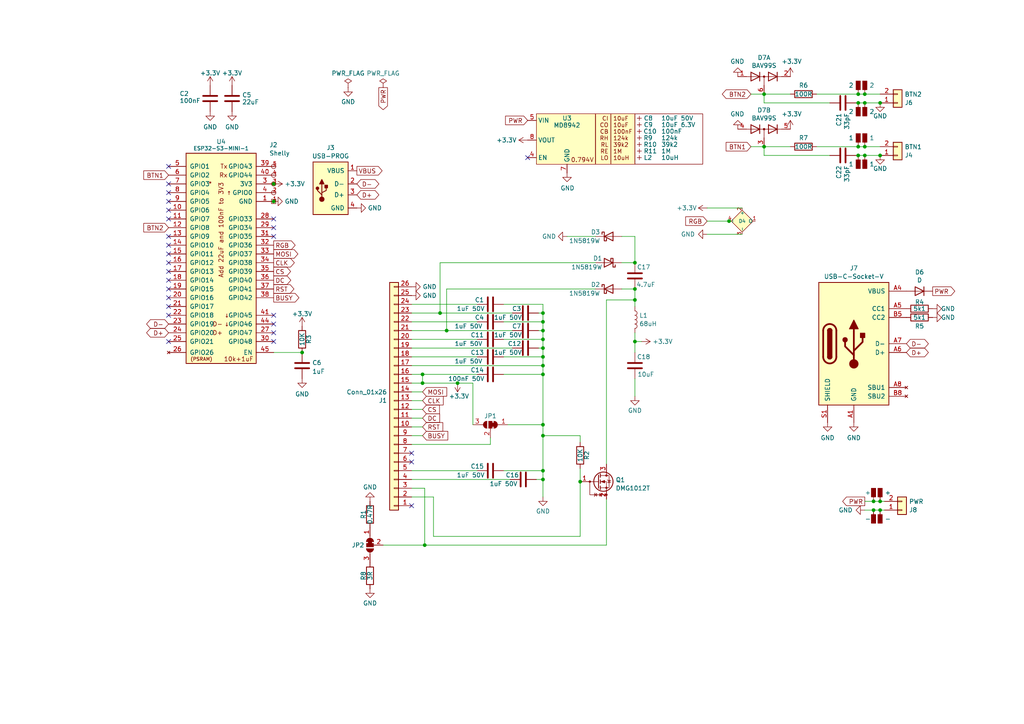
<source format=kicad_sch>
(kicad_sch (version 20230121) (generator eeschema)
  (paper "A4")
  (title_block (title "Waveshare EPD adapter") (rev "1") (comment 1 "@TheRealRevK") (comment 2 "www.me.uk"))
  (lib_symbols
    (symbol "Connector_Generic:Conn_01x02" (pin_names (offset 1.016) hide)
      (property "Reference" "J" (at 0 2.54 0))
      (property "Value" "Conn_01x02" (at 0 -5.08 0))
      (symbol "Conn_01x02_1_1"
        (pin passive line (at -5.08 0 0) (length 3.81) (name "Pin_1") (number "1"))
        (pin passive line (at -5.08 -2.54 0) (length 3.81) (name "Pin_2") (number "2"))
      )
    )
    (symbol "Connector_Generic:Conn_01x26" (pin_names (offset 1.016) hide)
      (property "Reference" "J" (at 0 33.02 0))
      (property "Value" "Conn_01x26" (at 0 -35.56 0))
      (symbol "Conn_01x26_1_1"
        (pin passive line (at -5.08 30.48 0) (length 3.81) (name "Pin_1") (number "1"))
        (pin passive line (at -5.08 7.62 0) (length 3.81) (name "Pin_10") (number "10"))
        (pin passive line (at -5.08 5.08 0) (length 3.81) (name "Pin_11") (number "11"))
        (pin passive line (at -5.08 2.54 0) (length 3.81) (name "Pin_12") (number "12"))
        (pin passive line (at -5.08 0 0) (length 3.81) (name "Pin_13") (number "13"))
        (pin passive line (at -5.08 -2.54 0) (length 3.81) (name "Pin_14") (number "14"))
        (pin passive line (at -5.08 -5.08 0) (length 3.81) (name "Pin_15") (number "15"))
        (pin passive line (at -5.08 -7.62 0) (length 3.81) (name "Pin_16") (number "16"))
        (pin passive line (at -5.08 -10.16 0) (length 3.81) (name "Pin_17") (number "17"))
        (pin passive line (at -5.08 -12.7 0) (length 3.81) (name "Pin_18") (number "18"))
        (pin passive line (at -5.08 -15.24 0) (length 3.81) (name "Pin_19") (number "19"))
        (pin passive line (at -5.08 27.94 0) (length 3.81) (name "Pin_2") (number "2"))
        (pin passive line (at -5.08 -17.78 0) (length 3.81) (name "Pin_20") (number "20"))
        (pin passive line (at -5.08 -20.32 0) (length 3.81) (name "Pin_21") (number "21"))
        (pin passive line (at -5.08 -22.86 0) (length 3.81) (name "Pin_22") (number "22"))
        (pin passive line (at -5.08 -25.4 0) (length 3.81) (name "Pin_23") (number "23"))
        (pin passive line (at -5.08 -27.94 0) (length 3.81) (name "Pin_24") (number "24"))
        (pin passive line (at -5.08 -30.48 0) (length 3.81) (name "Pin_25") (number "25"))
        (pin passive line (at -5.08 -33.02 0) (length 3.81) (name "Pin_26") (number "26"))
        (pin passive line (at -5.08 25.4 0) (length 3.81) (name "Pin_3") (number "3"))
        (pin passive line (at -5.08 22.86 0) (length 3.81) (name "Pin_4") (number "4"))
        (pin passive line (at -5.08 20.32 0) (length 3.81) (name "Pin_5") (number "5"))
        (pin passive line (at -5.08 17.78 0) (length 3.81) (name "Pin_6") (number "6"))
        (pin passive line (at -5.08 15.24 0) (length 3.81) (name "Pin_7") (number "7"))
        (pin passive line (at -5.08 12.7 0) (length 3.81) (name "Pin_8") (number "8"))
        (pin passive line (at -5.08 10.16 0) (length 3.81) (name "Pin_9") (number "9"))
      )
    )
    (symbol "Device:C" (pin_numbers hide) (pin_names (offset 0.254))
      (property "Reference" "C" (at 0.635 2.54 0))
      (property "Value" "C" (at 0.635 -2.54 0))
      (symbol "C_1_1"
        (pin passive line (at 0 3.81 270) (length 2.794) (name "~") (number "1"))
        (pin passive line (at 0 -3.81 90) (length 2.794) (name "~") (number "2"))
      )
    )
    (symbol "Device:D" (pin_numbers hide) (pin_names (offset 1.016) hide)
      (property "Reference" "D" (at 0 2.54 0))
      (property "Value" "D" (at 0 -2.54 0))
      (symbol "D_1_1"
        (pin passive line (at -3.81 0 0) (length 2.54) (name "K") (number "1"))
        (pin passive line (at 3.81 0 180) (length 2.54) (name "A") (number "2"))
      )
    )
    (symbol "Device:L" (pin_numbers hide) (pin_names (offset 1.016) hide)
      (property "Reference" "L" (at -1.27 0 90))
      (property "Value" "L" (at 1.905 0 90))
      (symbol "L_1_1"
        (pin passive line (at 0 3.81 270) (length 1.27) (name "1") (number "1"))
        (pin passive line (at 0 -3.81 90) (length 1.27) (name "2") (number "2"))
      )
    )
    (symbol "Device:R" (pin_numbers hide) (pin_names (offset 0))
      (property "Reference" "R" (at 2.032 0 90))
      (property "Value" "R" (at 0 0 90))
      (symbol "R_1_1"
        (pin passive line (at 0 3.81 270) (length 1.27) (name "~") (number "1"))
        (pin passive line (at 0 -3.81 90) (length 1.27) (name "~") (number "2"))
      )
    )
    (symbol "Diode:1N5819" (pin_numbers hide) (pin_names (offset 1.016) hide)
      (property "Reference" "D" (at 0 2.54 0))
      (property "Value" "1N5819" (at 0 -2.54 0))
      (symbol "1N5819_1_1"
        (pin passive line (at -3.81 0 0) (length 2.54) (name "K") (number "1"))
        (pin passive line (at 3.81 0 180) (length 2.54) (name "A") (number "2"))
      )
    )
    (symbol "Diode:BAV99S" (pin_names (offset 0.0254) hide)
      (property "Reference" "D" (at 0 2.54 0))
      (property "Value" "BAV99S" (at 0 5.08 0))
      (symbol "BAV99S_1_1"
        (pin passive line (at -7.62 0 0) (length 2.54) (name "A1") (number "1"))
        (pin passive line (at 7.62 0 180) (length 2.54) (name "K2") (number "2"))
        (pin passive line (at 0 -5.08 90) (length 2.54) (name "K3A4") (number "6"))
      )
      (symbol "BAV99S_2_1"
        (pin passive line (at 0 -5.08 90) (length 2.54) (name "K1A2") (number "3"))
        (pin passive line (at -7.62 0 0) (length 2.54) (name "A3") (number "4"))
        (pin passive line (at 7.62 0 180) (length 2.54) (name "K4") (number "5"))
      )
    )
    (symbol "Jumper:SolderJumper_3_Bridged12" (pin_names (offset 0) hide)
      (property "Reference" "JP" (at -2.54 -2.54 0))
      (property "Value" "SolderJumper_3_Bridged12" (at 0 2.794 0))
      (symbol "SolderJumper_3_Bridged12_1_1"
        (pin passive line (at -5.08 0 0) (length 2.54) (name "A") (number "1"))
        (pin passive line (at 0 -3.81 90) (length 2.54) (name "C") (number "2"))
        (pin passive line (at 5.08 0 180) (length 2.54) (name "B") (number "3"))
      )
    )
    (symbol "RevK:ESP32-S3-MINI-1-N4R2" (pin_names (offset 1.016))
      (property "Reference" "U" (at 0 27.94 0))
      (property "Value" "ESP32-S3-MINI-1-N4R2" (at 0 31.115 0))
      (symbol "ESP32-S3-MINI-1-N4R2_1_1"
        (text "(PSRAM)" (at -5.715 -29.21 0) (effects (font (size 1 1))))
        (text "*" (at -3.175 21.59 0) (effects (font (size 1.27 1.27))))
        (text "10k+1uF" (at 5.08 -29.21 0) (effects (font (size 1.27 1.27))))
        (text "Add 22uF and 100nF to 3V3" (at 0 8.255 900) (effects (font (size 1.27 1.27))))
        (text "D+" (at -2.54 -21.59 0) (effects (font (size 1.27 1.27)) (justify left)))
        (text "D-" (at -2.54 -19.05 0) (effects (font (size 1.27 1.27)) (justify left)))
        (text "Rx" (at 1.905 24.13 0) (effects (font (size 1.27 1.27)) (justify right)))
        (text "Tx" (at 1.905 26.67 0) (effects (font (size 1.27 1.27)) (justify right)))
        (text "↑" (at 3.175 19.05 0) (effects (font (size 1.27 1.27)) (justify right)))
        (text "↓" (at 2.54 -19.05 0) (effects (font (size 1.27 1.27)) (justify right)))
        (text "↓" (at 2.54 -16.51 0) (effects (font (size 1.27 1.27)) (justify right)))
        (pin power_in line (at 15.24 16.51 180) (length 5.08) (name "GND") (number "1"))
        (pin passive line (at -15.24 13.97 0) (length 5.08) (name "GPIO6") (number "10"))
        (pin passive line (at -15.24 11.43 0) (length 5.08) (name "GPIO7") (number "11"))
        (pin passive line (at -15.24 8.89 0) (length 5.08) (name "GPIO8") (number "12"))
        (pin passive line (at -15.24 6.35 0) (length 5.08) (name "GPIO9") (number "13"))
        (pin passive line (at -15.24 3.81 0) (length 5.08) (name "GPIO10") (number "14"))
        (pin passive line (at -15.24 1.27 0) (length 5.08) (name "GPIO11") (number "15"))
        (pin passive line (at -15.24 -1.27 0) (length 5.08) (name "GPIO12") (number "16"))
        (pin passive line (at -15.24 -3.81 0) (length 5.08) (name "GPIO13") (number "17"))
        (pin passive line (at -15.24 -6.35 0) (length 5.08) (name "GPIO14") (number "18"))
        (pin passive line (at -15.24 -8.89 0) (length 5.08) (name "GPIO15") (number "19"))
        (pin power_in line (at 15.24 16.51 180) (length 5.08) hide (name "GND") (number "2"))
        (pin passive line (at -15.24 -11.43 0) (length 5.08) (name "GPIO16") (number "20"))
        (pin passive line (at -15.24 -13.97 0) (length 5.08) (name "GPIO17") (number "21"))
        (pin passive line (at -15.24 -16.51 0) (length 5.08) (name "GPIO18") (number "22"))
        (pin passive line (at -15.24 -19.05 0) (length 5.08) (name "GPIO19") (number "23"))
        (pin passive line (at -15.24 -21.59 0) (length 5.08) (name "GPIO20") (number "24"))
        (pin passive line (at -15.24 -24.13 0) (length 5.08) (name "GPIO21") (number "25"))
        (pin no_connect line (at -15.24 -27.305 0) (length 5.08) (name "GPIO26") (number "26"))
        (pin passive line (at 15.24 -21.59 180) (length 5.08) (name "GPIO47") (number "27"))
        (pin passive line (at 15.24 11.43 180) (length 5.08) (name "GPIO33") (number "28"))
        (pin passive line (at 15.24 8.89 180) (length 5.08) (name "GPIO34") (number "29"))
        (pin power_in line (at 15.24 21.59 180) (length 5.08) (name "3V3") (number "3"))
        (pin passive line (at 15.24 -24.13 180) (length 5.08) (name "GPIO48") (number "30"))
        (pin passive line (at 15.24 6.35 180) (length 5.08) (name "GPIO35") (number "31"))
        (pin passive line (at 15.24 3.81 180) (length 5.08) (name "GPIO36") (number "32"))
        (pin passive line (at 15.24 1.27 180) (length 5.08) (name "GPIO37") (number "33"))
        (pin passive line (at 15.24 -1.27 180) (length 5.08) (name "GPIO38") (number "34"))
        (pin passive line (at 15.24 -3.81 180) (length 5.08) (name "GPIO39") (number "35"))
        (pin passive line (at 15.24 -6.35 180) (length 5.08) (name "GPIO40") (number "36"))
        (pin passive line (at 15.24 -8.89 180) (length 5.08) (name "GPIO41") (number "37"))
        (pin passive line (at 15.24 -11.43 180) (length 5.08) (name "GPIO42") (number "38"))
        (pin passive line (at 15.24 26.67 180) (length 5.08) (name "GPIO43") (number "39"))
        (pin passive line (at 15.24 19.05 180) (length 5.08) (name "GPIO0") (number "4"))
        (pin passive line (at 15.24 24.13 180) (length 5.08) (name "GPIO44") (number "40"))
        (pin passive line (at 15.24 -16.51 180) (length 5.08) (name "GPIO45") (number "41"))
        (pin power_in line (at 15.24 16.51 180) (length 5.08) hide (name "GND") (number "42"))
        (pin power_in line (at 15.24 16.51 180) (length 5.08) hide (name "GND") (number "43"))
        (pin passive line (at 15.24 -19.05 180) (length 5.08) (name "GPIO46") (number "44"))
        (pin input line (at 15.24 -27.305 180) (length 5.08) (name "EN") (number "45"))
        (pin power_in line (at 15.24 16.51 180) (length 5.08) hide (name "GND") (number "46"))
        (pin power_in line (at 15.24 16.51 180) (length 5.08) hide (name "GND") (number "47"))
        (pin power_in line (at 15.24 16.51 180) (length 5.08) hide (name "GND") (number "48"))
        (pin power_in line (at 15.24 16.51 180) (length 5.08) hide (name "GND") (number "49"))
        (pin passive line (at -15.24 26.67 0) (length 5.08) (name "GPIO1") (number "5"))
        (pin power_in line (at 15.24 16.51 180) (length 5.08) hide (name "GND") (number "50"))
        (pin power_in line (at 15.24 16.51 180) (length 5.08) hide (name "GND") (number "51"))
        (pin power_in line (at 15.24 16.51 180) (length 5.08) hide (name "GND") (number "52"))
        (pin power_in line (at 15.24 16.51 180) (length 5.08) hide (name "GND") (number "53"))
        (pin power_in line (at 15.24 16.51 180) (length 5.08) hide (name "GND") (number "54"))
        (pin power_in line (at 15.24 16.51 180) (length 5.08) hide (name "GND") (number "55"))
        (pin power_in line (at 15.24 16.51 180) (length 5.08) hide (name "GND") (number "56"))
        (pin power_in line (at 15.24 16.51 180) (length 5.08) hide (name "GND") (number "57"))
        (pin power_in line (at 15.24 16.51 180) (length 5.08) hide (name "GND") (number "58"))
        (pin power_in line (at 15.24 16.51 180) (length 5.08) hide (name "GND") (number "59"))
        (pin passive line (at -15.24 24.13 0) (length 5.08) (name "GPIO2") (number "6"))
        (pin power_in line (at 15.24 16.51 180) (length 5.08) hide (name "GND") (number "60"))
        (pin power_in line (at 15.24 16.51 180) (length 5.08) hide (name "GND") (number "61"))
        (pin power_in line (at 15.24 16.51 180) (length 5.08) hide (name "GND") (number "62"))
        (pin power_in line (at 15.24 16.51 180) (length 5.08) hide (name "GND") (number "63"))
        (pin power_in line (at 15.24 16.51 180) (length 5.08) hide (name "GND") (number "64"))
        (pin power_in line (at 15.24 16.51 180) (length 5.08) hide (name "GND") (number "65"))
        (pin passive line (at -15.24 21.59 0) (length 5.08) (name "GPIO3") (number "7"))
        (pin passive line (at -15.24 19.05 0) (length 5.08) (name "GPIO4") (number "8"))
        (pin passive line (at -15.24 16.51 0) (length 5.08) (name "GPIO5") (number "9"))
      )
    )
    (symbol "RevK:Hidden" (pin_names (offset 1.016)) (in_bom no)
      (property "Reference" "Z" (at 0.635 0 0))
      (property "Value" "Hidden" (at 4.445 0 0))
    )
    (symbol "RevK:MD89420-RegBlock"
      (property "Reference" "U" (at -0.635 4.445 0))
      (property "Value" "MD8942" (at 0 6.35 0))
      (symbol "MD89420-RegBlock_1_1"
        (text "0.794V" (at 4.445 -5.715 0) (effects (font (size 1.27 1.27))))
        (text "10uF\n10uF\n100nF\n124k\n39k2\n1M\n10uH" (at 13.335 6.985 0) (effects (font (size 1.185 1.185)) (justify left top)))
        (text "CI\nCO\nCB\nRH\nRL\nRE\nLO" (at 12.065 6.985 0) (effects (font (size 1.185 1.185)) (justify right top)))
        (pin no_connect line (at 5.715 0 0) (length 2.54) hide (name "") (number "1"))
        (pin power_in line (at 0 -9.525 90) (length 2.54) hide (name "GND") (number "2"))
        (pin no_connect line (at 5.715 1.905 0) (length 2.54) hide (name "") (number "3"))
        (pin input line (at -11.43 -5.08 0) (length 2.54) (name "EN") (number "4"))
        (pin power_in line (at -11.43 5.715 0) (length 2.54) (name "VIN") (number "5"))
        (pin no_connect line (at 5.715 -1.905 0) (length 2.54) hide (name "") (number "6"))
        (pin power_in line (at 0 -9.525 90) (length 2.54) (name "GND") (number "7"))
        (pin power_out line (at -11.43 0 0) (length 2.54) (name "VOUT") (number "8"))
      )
    )
    (symbol "RevK:Shelly" (in_bom no)
      (property "Reference" "J" (at 2.54 -8.255 0))
      (property "Value" "Shelly" (at 2.54 9.525 0))
      (symbol "Shelly_1_1"
        (pin passive line (at 0 -5.08 0) (length 0.64) (name "GND") (number "1"))
        (pin passive line (at 0 -2.54 0) (length 0.64) (name "0") (number "2"))
        (pin passive line (at 0 0 0) (length 0.64) (name "3V3") (number "3"))
        (pin passive line (at 0 2.54 0) (length 0.64) (name "Rx") (number "4"))
        (pin passive line (at 0 5.08 0) (length 0.64) (name "Tx") (number "5"))
      )
    )
    (symbol "RevK:Si1308EDL" (pin_names (offset 0) hide)
      (property "Reference" "Q" (at 5.08 1.905 0))
      (property "Value" "DMG1012T" (at 5.08 0 0))
      (symbol "Si1308EDL_1_1"
        (pin input line (at -5.08 0 0) (length 2.54) (name "G") (number "1"))
        (pin passive line (at 2.54 -5.08 90) (length 2.54) (name "S") (number "2"))
        (pin passive line (at 2.54 5.08 270) (length 2.54) (name "D") (number "3"))
      )
    )
    (symbol "RevK:SolderPad" (in_bom no)
      (property "Value" "SolderPad" (at 3.81 0 0))
      (symbol "SolderPad_1_1"
        (pin passive line (at 0 0 0) (length 1.27) (name "P") (number "1"))
      )
    )
    (symbol "RevK:USB-C-Socket-H" (pin_names (offset 1.016))
      (property "Reference" "J" (at -10.16 19.05 0))
      (property "Value" "USB-C-Socket-V" (at 0.635 12.7 0))
      (symbol "USB-C-Socket-H_1_1"
        (pin passive line (at 0 -22.86 90) (length 5.08) (name "GND") (number "A1"))
        (pin passive line (at 0 -22.86 90) (length 5.08) hide (name "GND") (number "A12"))
        (pin passive line (at 15.24 15.24 180) (length 5.08) (name "VBUS") (number "A4"))
        (pin bidirectional line (at 15.24 10.16 180) (length 5.08) (name "CC1") (number "A5"))
        (pin bidirectional line (at 15.24 -2.54 180) (length 5.08) (name "D+") (number "A6"))
        (pin bidirectional line (at 15.24 0 180) (length 5.08) (name "D-") (number "A7"))
        (pin no_connect line (at 15.24 -12.7 180) (length 5.08) (name "SBU1") (number "A8"))
        (pin passive line (at 15.24 15.24 180) (length 5.08) hide (name "VBUS") (number "A9"))
        (pin passive line (at 0 -22.86 90) (length 5.08) hide (name "GND") (number "B1"))
        (pin passive line (at 0 -22.86 90) (length 5.08) hide (name "GND") (number "B12"))
        (pin passive line (at 15.24 15.24 180) (length 5.08) hide (name "VBUS") (number "B4"))
        (pin bidirectional line (at 15.24 7.62 180) (length 5.08) (name "CC2") (number "B5"))
        (pin bidirectional line (at 15.24 -2.54 180) (length 5.08) hide (name "D+") (number "B6"))
        (pin bidirectional line (at 15.24 0 180) (length 5.08) hide (name "D-") (number "B7"))
        (pin no_connect line (at 15.24 -15.24 180) (length 5.08) (name "SBU2") (number "B8"))
        (pin passive line (at 15.24 15.24 180) (length 5.08) hide (name "VBUS") (number "B9"))
        (pin passive line (at -7.62 -22.86 90) (length 5.08) (name "SHIELD") (number "S1"))
      )
    )
    (symbol "RevK:USB-PROG" (pin_names (offset 1.016)) (in_bom no)
      (property "Reference" "J" (at -5.08 11.43 0))
      (property "Value" "USB-PROG" (at -5.08 8.89 0))
      (symbol "USB-PROG_1_1"
        (pin passive line (at 7.62 5.08 180) (length 2.54) (name "VBUS") (number "1"))
        (pin bidirectional line (at 7.62 1.27 180) (length 2.54) (name "D-") (number "2"))
        (pin bidirectional line (at 7.62 -1.905 180) (length 2.54) (name "D+") (number "3"))
        (pin passive line (at 7.62 -5.715 180) (length 2.54) (name "GND") (number "4"))
      )
    )
    (symbol "RevK:WS2812B-1mm" (pin_names (offset 0.254))
      (property "Reference" "D" (at 0 0 0))
      (symbol "WS2812B-1mm_1_1"
        (pin output line (at 3.81 0 180) (length 0.5) (name "O") (number "1"))
        (pin power_in line (at 0 -3.81 90) (length 0.5) (name "+") (number "2"))
        (pin power_in line (at 0 3.81 270) (length 0.5) (name "-") (number "3"))
        (pin input line (at -3.81 0 0) (length 0.5) (name "I") (number "4"))
      )
    )
    (symbol "power:+3.3V" (power) (pin_names (offset 0))
      (property "Value" "+3.3V" (at 0 3.556 0))
      (symbol "+3.3V_1_1"
        (pin power_in line (at 0 0 90) (length 0) hide (name "+3.3V") (number "1"))
      )
    )
    (symbol "power:GND" (power) (pin_names (offset 0))
      (property "Value" "GND" (at 0 -3.81 0))
      (symbol "GND_1_1"
        (pin power_in line (at 0 0 270) (length 0) hide (name "GND") (number "1"))
      )
    )
    (symbol "power:PWR_FLAG" (power) (pin_numbers hide) (pin_names (offset 0) hide)
      (property "Value" "PWR_FLAG" (at 0 3.81 0))
      (symbol "PWR_FLAG_0_0"
        (pin power_out line (at 0 0 90) (length 0) (name "pwr") (number "1"))
      )
    )
  )
  (junction (at 248.92 27.305))
  (junction (at 255.27 145.415))
  (junction (at 250.825 42.545))
  (junction (at 132.715 111.125))
  (junction (at 87.63 102.235))
  (junction (at 157.48 103.505))
  (junction (at 184.15 86.995))
  (junction (at 248.92 29.845))
  (junction (at 157.48 139.065))
  (junction (at 127.635 90.805))
  (junction (at 184.15 76.2))
  (junction (at 129.54 95.885))
  (junction (at 79.375 53.34))
  (junction (at 248.92 42.545))
  (junction (at 184.15 83.82))
  (junction (at 157.48 90.805))
  (junction (at 157.48 136.525))
  (junction (at 157.48 123.19))
  (junction (at 79.375 58.42))
  (junction (at 123.19 158.115))
  (junction (at 253.365 145.415))
  (junction (at 122.555 111.125))
  (junction (at 255.27 147.955))
  (junction (at 157.48 98.425))
  (junction (at 157.48 108.585))
  (junction (at 157.48 106.045))
  (junction (at 253.365 147.955))
  (junction (at 255.27 45.085))
  (junction (at 250.825 29.845))
  (junction (at 255.27 29.845))
  (junction (at 157.48 100.965))
  (junction (at 157.48 126.365))
  (junction (at 221.615 27.305))
  (junction (at 211.455 64.135))
  (junction (at 184.15 99.06))
  (junction (at 122.555 108.585))
  (junction (at 168.275 139.7))
  (junction (at 250.825 45.085))
  (junction (at 221.615 42.545))
  (junction (at 157.48 95.885))
  (junction (at 248.92 45.085))
  (junction (at 157.48 93.345))
  (junction (at 250.825 27.305))
  (no_connect (at 48.895 78.74))
  (no_connect (at 48.895 63.5))
  (no_connect (at 48.895 76.2))
  (no_connect (at 48.895 55.88))
  (no_connect (at 48.895 91.44))
  (no_connect (at 119.38 131.445))
  (no_connect (at 48.895 48.26))
  (no_connect (at 79.375 91.44))
  (no_connect (at 79.375 99.06))
  (no_connect (at 79.375 96.52))
  (no_connect (at 48.895 58.42))
  (no_connect (at 153.035 45.72))
  (no_connect (at 48.895 53.34))
  (no_connect (at 48.895 81.28))
  (no_connect (at 48.895 88.9))
  (no_connect (at 48.895 83.82))
  (no_connect (at 48.895 71.12))
  (no_connect (at 79.375 68.58))
  (no_connect (at 119.38 146.685))
  (no_connect (at 48.895 68.58))
  (no_connect (at 119.38 133.985))
  (no_connect (at 48.895 99.06))
  (no_connect (at 79.375 93.98))
  (no_connect (at 79.375 66.04))
  (no_connect (at 79.375 63.5))
  (no_connect (at 48.895 60.96))
  (no_connect (at 48.895 86.36))
  (no_connect (at 48.895 73.66))
  (wire (pts (xy 146.05 108.585) (xy 157.48 108.585)))
  (wire (pts (xy 236.855 42.545) (xy 248.92 42.545)))
  (wire (pts (xy 127.635 90.805) (xy 148.59 90.805)))
  (wire (pts (xy 248.92 27.305) (xy 250.825 27.305)))
  (wire (pts (xy 184.15 99.06) (xy 186.055 99.06)))
  (wire (pts (xy 119.38 121.285) (xy 122.555 121.285)))
  (wire (pts (xy 119.38 141.605) (xy 123.19 141.605)))
  (wire (pts (xy 205.105 67.945) (xy 215.265 67.945)))
  (wire (pts (xy 147.32 123.19) (xy 157.48 123.19)))
  (wire (pts (xy 125.73 144.145) (xy 125.73 155.575)))
  (wire (pts (xy 157.48 108.585) (xy 157.48 123.19)))
  (wire (pts (xy 119.38 111.125) (xy 122.555 111.125)))
  (wire (pts (xy 123.19 141.605) (xy 123.19 158.115)))
  (wire (pts (xy 248.92 42.545) (xy 250.825 42.545)))
  (wire (pts (xy 205.105 60.325) (xy 215.265 60.325)))
  (wire (pts (xy 157.48 123.19) (xy 157.48 126.365)))
  (wire (pts (xy 119.38 118.745) (xy 122.555 118.745)))
  (wire (pts (xy 119.38 93.345) (xy 138.43 93.345)))
  (wire (pts (xy 248.285 45.085) (xy 248.92 45.085)))
  (wire (pts (xy 156.21 100.965) (xy 157.48 100.965)))
  (wire (pts (xy 168.275 128.27) (xy 168.275 126.365)))
  (wire (pts (xy 119.38 128.905) (xy 142.24 128.905)))
  (wire (pts (xy 248.92 29.845) (xy 250.825 29.845)))
  (wire (pts (xy 157.48 103.505) (xy 157.48 106.045)))
  (wire (pts (xy 119.38 90.805) (xy 127.635 90.805)))
  (wire (pts (xy 157.48 98.425) (xy 157.48 95.885)))
  (wire (pts (xy 156.21 95.885) (xy 157.48 95.885)))
  (wire (pts (xy 157.48 108.585) (xy 157.48 106.045)))
  (wire (pts (xy 119.38 113.665) (xy 122.555 113.665)))
  (wire (pts (xy 119.38 108.585) (xy 122.555 108.585)))
  (wire (pts (xy 168.275 126.365) (xy 157.48 126.365)))
  (wire (pts (xy 123.19 158.115) (xy 175.895 158.115)))
  (wire (pts (xy 250.825 27.305) (xy 255.27 27.305)))
  (wire (pts (xy 119.38 116.205) (xy 122.555 116.205)))
  (wire (pts (xy 250.825 145.415) (xy 253.365 145.415)))
  (wire (pts (xy 119.38 123.825) (xy 122.555 123.825)))
  (wire (pts (xy 157.48 88.265) (xy 146.05 88.265)))
  (wire (pts (xy 129.54 95.885) (xy 129.54 83.82)))
  (wire (pts (xy 180.34 76.2) (xy 184.15 76.2)))
  (wire (pts (xy 184.15 86.995) (xy 184.15 88.9)))
  (wire (pts (xy 119.38 136.525) (xy 138.43 136.525)))
  (wire (pts (xy 248.92 45.085) (xy 250.825 45.085)))
  (wire (pts (xy 221.615 42.545) (xy 221.615 45.085)))
  (wire (pts (xy 157.48 100.965) (xy 157.48 98.425)))
  (wire (pts (xy 175.895 144.78) (xy 175.895 158.115)))
  (wire (pts (xy 212.09 64.135) (xy 211.455 64.135)))
  (wire (pts (xy 119.38 95.885) (xy 129.54 95.885)))
  (wire (pts (xy 250.825 147.955) (xy 253.365 147.955)))
  (wire (pts (xy 236.855 27.305) (xy 248.92 27.305)))
  (wire (pts (xy 142.24 128.905) (xy 142.24 127)))
  (wire (pts (xy 221.615 27.305) (xy 221.615 29.845)))
  (wire (pts (xy 125.73 155.575) (xy 168.275 155.575)))
  (wire (pts (xy 217.805 27.305) (xy 221.615 27.305)))
  (wire (pts (xy 119.38 139.065) (xy 147.955 139.065)))
  (wire (pts (xy 157.48 126.365) (xy 157.48 136.525)))
  (wire (pts (xy 157.48 136.525) (xy 146.05 136.525)))
  (wire (pts (xy 119.38 88.265) (xy 138.43 88.265)))
  (wire (pts (xy 168.275 139.7) (xy 168.275 135.89)))
  (wire (pts (xy 129.54 83.82) (xy 172.72 83.82)))
  (wire (pts (xy 111.125 158.115) (xy 123.19 158.115)))
  (wire (pts (xy 146.05 98.425) (xy 157.48 98.425)))
  (wire (pts (xy 157.48 90.805) (xy 157.48 88.265)))
  (wire (pts (xy 253.365 147.955) (xy 255.27 147.955)))
  (wire (pts (xy 205.105 64.135) (xy 211.455 64.135)))
  (wire (pts (xy 79.375 102.235) (xy 87.63 102.235)))
  (wire (pts (xy 184.15 109.855) (xy 184.15 114.935)))
  (wire (pts (xy 180.34 68.58) (xy 184.15 68.58)))
  (wire (pts (xy 129.54 95.885) (xy 148.59 95.885)))
  (wire (pts (xy 127.635 76.2) (xy 172.72 76.2)))
  (wire (pts (xy 184.15 86.995) (xy 175.895 86.995)))
  (wire (pts (xy 184.15 99.06) (xy 184.15 102.235)))
  (wire (pts (xy 217.805 42.545) (xy 221.615 42.545)))
  (wire (pts (xy 164.465 68.58) (xy 172.72 68.58)))
  (wire (pts (xy 157.48 139.065) (xy 155.575 139.065)))
  (wire (pts (xy 168.275 139.7) (xy 168.275 155.575)))
  (wire (pts (xy 132.715 111.125) (xy 137.16 111.125)))
  (wire (pts (xy 221.615 27.305) (xy 229.235 27.305)))
  (wire (pts (xy 250.825 42.545) (xy 255.27 42.545)))
  (wire (pts (xy 119.38 98.425) (xy 138.43 98.425)))
  (wire (pts (xy 157.48 93.345) (xy 157.48 90.805)))
  (wire (pts (xy 157.48 139.065) (xy 157.48 144.145)))
  (wire (pts (xy 122.555 108.585) (xy 138.43 108.585)))
  (wire (pts (xy 248.285 29.845) (xy 248.92 29.845)))
  (wire (pts (xy 157.48 95.885) (xy 157.48 93.345)))
  (wire (pts (xy 156.21 90.805) (xy 157.48 90.805)))
  (wire (pts (xy 221.615 42.545) (xy 229.235 42.545)))
  (wire (pts (xy 184.15 68.58) (xy 184.15 76.2)))
  (wire (pts (xy 146.05 103.505) (xy 157.48 103.505)))
  (wire (pts (xy 250.825 45.085) (xy 255.27 45.085)))
  (wire (pts (xy 180.34 83.82) (xy 184.15 83.82)))
  (wire (pts (xy 127.635 90.805) (xy 127.635 76.2)))
  (wire (pts (xy 250.825 29.845) (xy 255.27 29.845)))
  (wire (pts (xy 221.615 45.085) (xy 240.665 45.085)))
  (wire (pts (xy 221.615 29.845) (xy 240.665 29.845)))
  (wire (pts (xy 146.05 93.345) (xy 157.48 93.345)))
  (wire (pts (xy 122.555 111.125) (xy 132.715 111.125)))
  (wire (pts (xy 157.48 136.525) (xy 157.48 139.065)))
  (wire (pts (xy 119.38 106.045) (xy 157.48 106.045)))
  (wire (pts (xy 253.365 145.415) (xy 255.27 145.415)))
  (wire (pts (xy 119.38 126.365) (xy 122.555 126.365)))
  (wire (pts (xy 119.38 100.965) (xy 148.59 100.965)))
  (wire (pts (xy 119.38 103.505) (xy 138.43 103.505)))
  (wire (pts (xy 157.48 100.965) (xy 157.48 103.505)))
  (wire (pts (xy 184.15 96.52) (xy 184.15 99.06)))
  (wire (pts (xy 184.15 83.82) (xy 184.15 86.995)))
  (wire (pts (xy 119.38 144.145) (xy 125.73 144.145)))
  (wire (pts (xy 175.895 86.995) (xy 175.895 134.62)))
  (wire (pts (xy 255.27 147.955) (xy 256.54 147.955)))
  (wire (pts (xy 137.16 111.125) (xy 137.16 123.19)))
  (wire (pts (xy 122.555 108.585) (xy 122.555 111.125)))
  (wire (pts (xy 255.27 145.415) (xy 256.54 145.415)))
  (global_label "BTN2" (shape bidirectional) (at 217.805 27.305 180) (property "Intersheetrefs" "${INTERSHEET_REFS}" (effects hide)))
  (global_label "BTN2" (shape input) (at 48.895 66.04 180) (property "Intersheetrefs" "${INTERSHEET_REFS}" (effects hide)))
  (global_label "CLK" (shape input) (at 122.555 116.205 0) (property "Intersheetrefs" "${INTERSHEET_REFS}" (effects hide)))
  (global_label "MOSI" (shape output) (at 79.375 73.66 0) (property "Intersheetrefs" "${INTERSHEET_REFS}" (effects hide)))
  (global_label "VBUS" (shape output) (at 103.505 49.53 0) (property "Intersheetrefs" "${INTERSHEET_REFS}" (effects hide)))
  (global_label "BUSY" (shape output) (at 79.375 86.36 0) (property "Intersheetrefs" "${INTERSHEET_REFS}" (effects hide)))
  (global_label "PWR" (shape output) (at 270.51 84.455 0) (property "Intersheetrefs" "${INTERSHEET_REFS}" (effects hide)))
  (global_label "D+" (shape bidirectional) (at 262.89 102.235 0) (property "Intersheetrefs" "${INTERSHEET_REFS}" (effects hide)))
  (global_label "RGB" (shape input) (at 205.105 64.135 180) (property "Intersheetrefs" "${INTERSHEET_REFS}" (effects hide)))
  (global_label "PWR" (shape output) (at 250.825 145.415 180) (property "Intersheetrefs" "${INTERSHEET_REFS}" (effects hide)))
  (global_label "PWR" (shape input) (at 153.035 34.925 180) (property "Intersheetrefs" "${INTERSHEET_REFS}" (effects hide)))
  (global_label "BUSY" (shape input) (at 122.555 126.365 0) (property "Intersheetrefs" "${INTERSHEET_REFS}" (effects hide)))
  (global_label "DC" (shape output) (at 79.375 81.28 0) (property "Intersheetrefs" "${INTERSHEET_REFS}" (effects hide)))
  (global_label "CS" (shape input) (at 122.555 118.745 0) (property "Intersheetrefs" "${INTERSHEET_REFS}" (effects hide)))
  (global_label "D+" (shape bidirectional) (at 48.895 96.52 180) (property "Intersheetrefs" "${INTERSHEET_REFS}" (effects hide)))
  (global_label "PWR" (shape output) (at 111.125 25.4 270) (property "Intersheetrefs" "${INTERSHEET_REFS}" (effects hide)))
  (global_label "RST" (shape output) (at 79.375 83.82 0) (property "Intersheetrefs" "${INTERSHEET_REFS}" (effects hide)))
  (global_label "CS" (shape output) (at 79.375 78.74 0) (property "Intersheetrefs" "${INTERSHEET_REFS}" (effects hide)))
  (global_label "D-" (shape bidirectional) (at 262.89 99.695 0) (property "Intersheetrefs" "${INTERSHEET_REFS}" (effects hide)))
  (global_label "RGB" (shape output) (at 79.375 71.12 0) (property "Intersheetrefs" "${INTERSHEET_REFS}" (effects hide)))
  (global_label "D-" (shape bidirectional) (at 48.895 93.98 180) (property "Intersheetrefs" "${INTERSHEET_REFS}" (effects hide)))
  (global_label "MOSI" (shape input) (at 122.555 113.665 0) (property "Intersheetrefs" "${INTERSHEET_REFS}" (effects hide)))
  (global_label "D+" (shape bidirectional) (at 103.505 56.515 0) (property "Intersheetrefs" "${INTERSHEET_REFS}" (effects hide)))
  (global_label "CLK" (shape output) (at 79.375 76.2 0) (property "Intersheetrefs" "${INTERSHEET_REFS}" (effects hide)))
  (global_label "D-" (shape bidirectional) (at 103.505 53.34 0) (property "Intersheetrefs" "${INTERSHEET_REFS}" (effects hide)))
  (global_label "BTN1" (shape input) (at 48.895 50.8 180) (property "Intersheetrefs" "${INTERSHEET_REFS}" (effects hide)))
  (global_label "DC" (shape input) (at 122.555 121.285 0) (property "Intersheetrefs" "${INTERSHEET_REFS}" (effects hide)))
  (global_label "RST" (shape input) (at 122.555 123.825 0) (property "Intersheetrefs" "${INTERSHEET_REFS}" (effects hide)))
  (global_label "BTN1" (shape input) (at 217.805 42.545 180) (property "Intersheetrefs" "${INTERSHEET_REFS}" (effects hide)))
  (symbol (lib_id "power:GND") (at 100.965 25.4 0) (unit 1)
    (property "Reference" "#PWR029" (effects hide))
    (property "Value" "GND" (at 100.965 29.5331 0))
  )
  (symbol (lib_id "RevK:Shelly") (at 79.375 53.34 0) (unit 1) (in_bom no)
    (property "Reference" "J2" (at 78.105 42.0258 0) (effects (justify left)))
    (property "Value" "Shelly" (at 78.105 44.45 0) (effects (justify left)))
    (property "Footprint" "RevK:Shelly" (effects hide))
  )
  (symbol (lib_id "RevK:Si1308EDL") (at 173.355 139.7 0) (unit 1)
    (property "Reference" "Q1" (at 178.562 139.1864 0) (effects (justify left)))
    (property "Value" "DMG1012T" (at 178.562 141.6106 0) (effects (justify left)))
    (property "Footprint" "RevK:SOT-323_SC-70-3" (effects hide))
    (property "LCSC Part #" "C469327" (effects hide))
  )
  (symbol (lib_id "Diode:BAV99S") (at 221.615 22.225 0) (unit 1)
    (property "Reference" "D7" (at 221.615 16.7132 0))
    (property "Value" "BAV99S" (at 221.615 19.0246 0))
    (property "Footprint" "RevK:SOT-363_SC-70-6" (effects hide))
    (property "Datasheet" "https://assets.nexperia.com/documents/data-sheet/BAV99_SER.pdf" (effects hide))
    (property "JLCPCB Rotation Offset" "-90" (effects hide))
  )
  (symbol (lib_id "RevK:Hidden") (at 185.42 38.1 90) (unit 1)
    (property "Reference" "C10" (at 190.5 38.1 90) (effects (justify left)))
    (property "Value" "100nF" (at 191.77 38.1 90) (effects (justify right)))
    (property "Footprint" "RevK:C_0603_" (effects hide))
  )
  (symbol (lib_id "Device:C") (at 152.4 90.805 90) (unit 1)
    (property "Reference" "C3" (at 149.86 89.535 90))
    (property "Value" "1uF 50V" (at 147.32 92.075 90))
    (property "Footprint" "RevK:C_0402" (effects hide))
  )
  (symbol (lib_id "Device:C") (at 142.24 136.525 90) (unit 1)
    (property "Reference" "C15" (at 138.43 135.255 90))
    (property "Value" "1uF 50V" (at 136.525 137.795 90))
    (property "Footprint" "RevK:C_0402" (effects hide))
  )
  (symbol (lib_id "power:+3.3V") (at 87.63 94.615 0) (unit 1)
    (property "Reference" "#PWR014" (effects hide))
    (property "Value" "+3.3V" (at 87.63 91.0392 0))
  )
  (symbol (lib_id "Diode:1N5819") (at 176.53 76.2 180) (unit 1)
    (property "Reference" "D1" (at 173.355 74.93 0))
    (property "Value" "1N5819W" (at 170.18 77.47 0))
    (property "Footprint" "RevK:D_SOD-123" (effects hide))
    (property "LCSC Part #" "C2905650" (effects hide))
  )
  (symbol (lib_id "power:GND") (at 157.48 144.145 0) (unit 1)
    (property "Reference" "#PWR09" (effects hide))
    (property "Value" "GND" (at 157.48 148.2781 0))
  )
  (symbol (lib_id "Diode:1N5819") (at 176.53 68.58 0) (unit 1)
    (property "Reference" "D3" (at 172.72 67.31 0))
    (property "Value" "1N5819W" (at 169.545 69.85 0))
    (property "Footprint" "RevK:D_SOD-123" (effects hide))
    (property "LCSC Part #" "C2905650" (effects hide))
  )
  (symbol (lib_id "Device:R") (at 233.045 27.305 270) (unit 1)
    (property "Reference" "R6" (at 233.045 24.765 90))
    (property "Value" "100R" (at 233.045 27.305 90))
    (property "Footprint" "RevK:R_0402" (effects hide))
  )
  (symbol (lib_id "Device:R") (at 168.275 132.08 0) (unit 1)
    (property "Reference" "R2" (at 170.18 132.08 90))
    (property "Value" "10K" (at 168.275 132.08 90))
    (property "Footprint" "RevK:R_0402" (effects hide))
  )
  (symbol (lib_id "RevK:SolderPad") (at 248.92 45.085 90) (mirror x) (unit 1) (in_bom no)
    (property "Reference" "P12" (effects hide))
    (property "Value" "1" (at 247.5738 47.625 90) (effects (justify left)))
    (property "Footprint" "RevK:SolderPadSmall" (effects hide))
  )
  (symbol (lib_id "RevK:USB-PROG") (at 95.885 54.61 0) (unit 1) (in_bom no)
    (property "Reference" "J3" (at 95.885 42.8457 0))
    (property "Value" "USB-PROG" (at 95.885 45.2699 0))
    (property "Footprint" "RevK:USB-PROG" (effects hide))
    (property "Datasheet" " ~" (effects hide))
  )
  (symbol (lib_id "power:GND") (at 67.31 32.385 0) (unit 1)
    (property "Reference" "#PWR011" (effects hide))
    (property "Value" "GND" (at 67.31 36.8284 0))
  )
  (symbol (lib_id "Device:C") (at 152.4 95.885 90) (unit 1)
    (property "Reference" "C7" (at 149.86 94.615 90))
    (property "Value" "1uF 50V" (at 147.32 97.155 90))
    (property "Footprint" "RevK:C_0402" (effects hide))
  )
  (symbol (lib_id "power:GND") (at 270.51 89.535 90) (unit 1)
    (property "Reference" "#PWR037" (effects hide))
    (property "Value" "GND" (at 274.9534 89.535 90))
  )
  (symbol (lib_id "power:GND") (at 119.38 85.725 90) (unit 1)
    (property "Reference" "#PWR03" (effects hide))
    (property "Value" "GND" (at 122.5549 85.725 90) (effects (justify right)))
  )
  (symbol (lib_id "power:+3.3V") (at 229.235 37.465 0) (unit 1)
    (property "Reference" "#PWR043" (effects hide))
    (property "Value" "+3.3V" (at 229.616 33.0708 0))
  )
  (symbol (lib_id "power:GND") (at 87.63 109.855 0) (unit 1)
    (property "Reference" "#PWR015" (effects hide))
    (property "Value" "GND" (at 87.63 114.2984 0))
  )
  (symbol (lib_id "power:GND") (at 107.315 145.415 180) (unit 1)
    (property "Reference" "#PWR047" (effects hide))
    (property "Value" "GND" (at 107.315 141.2819 0))
  )
  (symbol (lib_id "power:+3.3V") (at 229.235 22.225 0) (unit 1)
    (property "Reference" "#PWR042" (effects hide))
    (property "Value" "+3.3V" (at 229.616 17.8308 0))
  )
  (symbol (lib_id "Connector_Generic:Conn_01x02") (at 260.35 29.845 0) (mirror x) (unit 1) (in_bom no)
    (property "Reference" "J6" (at 262.382 29.7871 0) (effects (justify left)))
    (property "Value" "BTN2" (at 262.382 27.3629 0) (effects (justify left)))
    (property "Footprint" "RevK:PTSM-HH-2-RA" (effects hide))
  )
  (symbol (lib_id "Device:C") (at 142.24 93.345 90) (unit 1)
    (property "Reference" "C4" (at 139.065 92.075 90))
    (property "Value" "1uF 50V" (at 135.89 94.615 90))
    (property "Footprint" "RevK:C_0402" (effects hide))
  )
  (symbol (lib_id "RevK:WS2812B-1mm") (at 215.265 64.135 0) (mirror x) (unit 1)
    (property "Reference" "D4" (at 215.265 64.135 0) (effects (font (size 1 1))))
    (property "Value" "XL-1010RGBC-WS2812B" (effects hide))
    (property "Footprint" "RevK:SMD1010" (effects hide))
    (property "Datasheet" "https://datasheet.lcsc.com/lcsc/2301111010_XINGLIGHT-XL-1010RGBC-WS2812B_C5349953.pdf" (effects hide))
    (property "LCSC Part #" "C5349953" (effects hide))
  )
  (symbol (lib_id "power:PWR_FLAG") (at 111.125 25.4 0) (unit 1)
    (property "Reference" "#FLG02" (effects hide))
    (property "Value" "PWR_FLAG" (at 111.125 21.2669 0))
  )
  (symbol (lib_id "power:+3.3V") (at 79.375 53.34 270) (unit 1)
    (property "Reference" "#PWR012" (effects hide))
    (property "Value" "+3.3V" (at 82.55 53.34 90) (effects (justify left)))
  )
  (symbol (lib_id "RevK:Hidden") (at 185.42 40.005 0) (unit 1)
    (property "Reference" "R9" (at 187.96 40.005 0))
    (property "Value" "124k" (at 191.77 40.005 0) (effects (justify left)))
    (property "Footprint" "RevK:R_0402_" (effects hide))
  )
  (symbol (lib_id "RevK:SolderPad") (at 253.365 145.415 90) (unit 1) (in_bom no)
    (property "Reference" "P7" (effects hide))
    (property "Value" "+" (at 250.825 142.875 90) (effects (justify right)))
    (property "Footprint" "RevK:SolderPadSmall" (effects hide))
  )
  (symbol (lib_id "Jumper:SolderJumper_3_Bridged12") (at 107.315 158.115 90) (mirror x) (unit 1) (in_bom no)
    (property "Reference" "JP2" (at 105.6641 158.115 90) (effects (justify left)))
    (property "Value" "SolderJumper_3_Bridged12" (effects hide))
    (property "Footprint" "RevK:SolderJumper3" (effects hide))
  )
  (symbol (lib_id "power:GND") (at 213.995 37.465 180) (unit 1)
    (property "Reference" "#PWR041" (effects hide))
    (property "Value" "GND" (at 213.868 33.0708 0))
  )
  (symbol (lib_id "power:GND") (at 79.375 58.42 90) (unit 1)
    (property "Reference" "#PWR013" (effects hide))
    (property "Value" "GND" (at 82.55 58.42 90) (effects (justify right)))
  )
  (symbol (lib_id "Device:D") (at 266.7 84.455 180) (unit 1)
    (property "Reference" "D6" (at 266.7 78.9432 0))
    (property "Value" "D" (at 266.7 81.2546 0))
    (property "Footprint" "RevK:D_SOD-123" (effects hide))
    (property "LCSC Part #" "C1884542" (effects hide))
    (property "Sim.Device" "D" (effects hide))
    (property "Sim.Pins" "1=K 2=A" (effects hide))
  )
  (symbol (lib_id "power:+3.3V") (at 205.105 60.325 90) (unit 1)
    (property "Reference" "#PWR028" (effects hide))
    (property "Value" "+3.3V" (at 196.215 60.325 90) (effects (justify right)))
  )
  (symbol (lib_id "power:GND") (at 119.38 83.185 90) (unit 1)
    (property "Reference" "#PWR08" (effects hide))
    (property "Value" "GND" (at 122.5549 83.185 90) (effects (justify right)))
  )
  (symbol (lib_id "Device:C") (at 142.24 108.585 90) (unit 1)
    (property "Reference" "C14" (at 138.43 107.315 90))
    (property "Value" "100nF 50V" (at 135.255 109.855 90))
    (property "Footprint" "RevK:C_0402" (effects hide))
  )
  (symbol (lib_id "RevK:SolderPad") (at 250.825 42.545 90) (unit 1) (in_bom no)
    (property "Reference" "P5" (effects hide))
    (property "Value" "1" (at 252.1712 40.005 90) (effects (justify right)))
    (property "Footprint" "RevK:SolderPadSmall" (effects hide))
  )
  (symbol (lib_id "RevK:SolderPad") (at 255.27 147.955 270) (unit 1) (in_bom no)
    (property "Reference" "P2" (effects hide))
    (property "Value" "-" (at 256.6162 150.495 90) (effects (justify left)))
    (property "Footprint" "RevK:SolderPadSmall" (effects hide))
  )
  (symbol (lib_id "Device:C") (at 67.31 28.575 0) (unit 1)
    (property "Reference" "C5" (at 70.231 27.551 0) (effects (justify left)))
    (property "Value" "22uF" (at 70.231 29.599 0) (effects (justify left)))
    (property "Footprint" "RevK:C_0603" (effects hide))
  )
  (symbol (lib_id "Device:C") (at 142.24 103.505 90) (unit 1)
    (property "Reference" "C13" (at 138.43 102.235 90))
    (property "Value" "1uF 50V" (at 135.89 104.775 90))
    (property "Footprint" "RevK:C_0402" (effects hide))
  )
  (symbol (lib_id "RevK:SolderPad") (at 248.92 29.845 90) (mirror x) (unit 1) (in_bom no)
    (property "Reference" "P10" (effects hide))
    (property "Value" "2" (at 247.5738 32.385 90) (effects (justify left)))
    (property "Footprint" "RevK:SolderPadSmall" (effects hide))
  )
  (symbol (lib_id "Device:C") (at 184.15 80.01 180) (unit 1)
    (property "Reference" "C17" (at 186.69 77.47 0))
    (property "Value" "4.7uF" (at 187.325 82.55 0))
    (property "Footprint" "RevK:C_0402" (effects hide))
  )
  (symbol (lib_id "Device:C") (at 244.475 29.845 90) (mirror x) (unit 1)
    (property "Reference" "C21" (at 243.3066 32.766 0) (effects (justify left)))
    (property "Value" "33pF" (at 245.618 32.766 0) (effects (justify left)))
    (property "Footprint" "RevK:C_0402" (effects hide))
  )
  (symbol (lib_id "Device:C") (at 152.4 100.965 90) (unit 1)
    (property "Reference" "C12" (at 149.225 99.695 90))
    (property "Value" "1uF 50V" (at 147.32 102.235 90))
    (property "Footprint" "RevK:C_0402" (effects hide))
  )
  (symbol (lib_id "RevK:MD89420-RegBlock") (at 164.465 40.64 0) (unit 1)
    (property "Reference" "U3" (at 164.465 34.29 0))
    (property "Value" "MD8942" (at 164.465 36.338 0))
    (property "Footprint" "RevK:SOT-23-6-MD8942" (effects hide))
    (property "Datasheet" "https://datasheet.lcsc.com/lcsc/2101111937_Shanghai-Mingda-Microelectronics-MD8942_C2684786.pdf" (effects hide))
    (property "LCSC Part #" "C2684786" (effects hide))
  )
  (symbol (lib_id "RevK:Hidden") (at 185.42 41.91 270) (unit 1)
    (property "Reference" "R10" (at 188.595 41.91 90))
    (property "Value" "39k2" (at 191.77 41.91 90) (effects (justify left)))
    (property "Footprint" "RevK:R_0402_" (effects hide))
  )
  (symbol (lib_id "RevK:Hidden") (at 185.42 45.72 90) (unit 1)
    (property "Reference" "L2" (at 186.69 45.72 90) (effects (justify right)))
    (property "Value" "10uH" (at 191.77 45.72 90) (effects (justify right)))
    (property "Footprint" "RevK:L_4x4_" (effects hide))
  )
  (symbol (lib_id "RevK:SolderPad") (at 253.365 147.955 270) (unit 1) (in_bom no)
    (property "Reference" "P8" (effects hide))
    (property "Value" "-" (at 250.825 150.495 90) (effects (justify left)))
    (property "Footprint" "RevK:SolderPadSmall" (effects hide))
  )
  (symbol (lib_id "power:GND") (at 60.96 32.385 0) (unit 1)
    (property "Reference" "#PWR05" (effects hide))
    (property "Value" "GND" (at 60.96 36.8284 0))
  )
  (symbol (lib_id "RevK:SolderPad") (at 250.825 29.845 270) (unit 1) (in_bom no)
    (property "Reference" "P4" (effects hide))
    (property "Value" "2" (at 252.1712 32.385 90) (effects (justify left)))
    (property "Footprint" "RevK:SolderPadSmall" (effects hide))
  )
  (symbol (lib_id "Device:C") (at 142.24 98.425 90) (unit 1)
    (property "Reference" "C11" (at 138.43 97.155 90))
    (property "Value" "1uF 50V" (at 135.89 99.695 90))
    (property "Footprint" "RevK:C_0402" (effects hide))
  )
  (symbol (lib_id "power:GND") (at 164.465 50.165 0) (unit 1)
    (property "Reference" "#PWR02" (effects hide))
    (property "Value" "GND" (at 164.592 54.5592 0))
  )
  (symbol (lib_id "power:GND") (at 213.995 22.225 180) (unit 1)
    (property "Reference" "#PWR040" (effects hide))
    (property "Value" "GND" (at 213.868 17.8308 0))
  )
  (symbol (lib_id "Device:R") (at 107.315 149.225 180) (unit 1)
    (property "Reference" "R1" (at 105.41 149.225 90))
    (property "Value" "0.47R" (at 107.315 149.225 90))
    (property "Footprint" "RevK:R_0402" (effects hide))
  )
  (symbol (lib_id "power:GND") (at 255.27 45.085 0) (unit 1)
    (property "Reference" "#PWR045" (effects hide))
    (property "Value" "GND" (at 255.27 48.895 0))
  )
  (symbol (lib_id "Device:R") (at 266.7 89.535 90) (unit 1)
    (property "Reference" "R4" (at 266.7 87.63 90))
    (property "Value" "5k1" (at 266.7 89.535 90))
    (property "Footprint" "RevK:R_0402" (effects hide))
  )
  (symbol (lib_id "RevK:SolderPad") (at 255.27 145.415 90) (unit 1) (in_bom no)
    (property "Reference" "P1" (effects hide))
    (property "Value" "+" (at 256.6162 142.875 90) (effects (justify right)))
    (property "Footprint" "RevK:SolderPadSmall" (effects hide))
  )
  (symbol (lib_id "RevK:Hidden") (at 185.42 36.195 0) (unit 1)
    (property "Reference" "C9" (at 186.69 36.195 0) (effects (justify left)))
    (property "Value" "10uF 6.3V" (at 191.77 36.195 0) (effects (justify left)))
    (property "Footprint" "RevK:C_0603_" (effects hide))
    (property "LCSC Part #" "C1691" (effects hide))
  )
  (symbol (lib_id "power:GND") (at 250.825 147.955 270) (unit 1)
    (property "Reference" "#PWR030" (effects hide))
    (property "Value" "GND" (at 243.205 147.955 90) (effects (justify left)))
  )
  (symbol (lib_id "power:GND") (at 270.51 92.075 90) (unit 1)
    (property "Reference" "#PWR038" (effects hide))
    (property "Value" "GND" (at 274.9534 92.075 90))
  )
  (symbol (lib_id "power:+3.3V") (at 186.055 99.06 270) (unit 1)
    (property "Reference" "#PWR024" (effects hide))
    (property "Value" "+3.3V" (at 189.23 99.06 90) (effects (justify left)))
  )
  (symbol (lib_id "Device:L") (at 184.15 92.71 0) (unit 1)
    (property "Reference" "L1" (at 185.4172 91.4979 0) (effects (justify left)))
    (property "Value" "68uH" (at 185.4172 93.9221 0) (effects (justify left)))
    (property "Footprint" "RevK:L_0805" (effects hide))
    (property "LCSC Part #" "C275376" (effects hide))
  )
  (symbol (lib_id "power:+3.3V") (at 67.31 24.765 0) (unit 1)
    (property "Reference" "#PWR06" (effects hide))
    (property "Value" "+3.3V" (at 67.31 21.1892 0))
  )
  (symbol (lib_id "power:+3.3V") (at 153.035 40.64 90) (unit 1)
    (property "Reference" "#PWR01" (effects hide))
    (property "Value" "+3.3V" (at 149.86 40.64 90) (effects (justify left)))
  )
  (symbol (lib_id "power:GND") (at 107.315 170.815 0) (unit 1)
    (property "Reference" "#PWR048" (effects hide))
    (property "Value" "GND" (at 107.315 174.9481 0))
  )
  (symbol (lib_id "RevK:Hidden") (at 185.42 34.29 0) (unit 1)
    (property "Reference" "C8" (at 186.69 34.29 0) (effects (justify left)))
    (property "Value" "10uF 50V" (at 191.77 34.29 0) (effects (justify left)))
    (property "Footprint" "RevK:C_0603_" (effects hide))
    (property "LCSC Part #" "C1591" (effects hide))
  )
  (symbol (lib_id "power:+3.3V") (at 132.715 111.125 180) (unit 1)
    (property "Reference" "#PWR022" (effects hide))
    (property "Value" "+3.3V" (at 130.175 114.935 0) (effects (justify right)))
  )
  (symbol (lib_id "power:GND") (at 247.65 122.555 0) (unit 1)
    (property "Reference" "#PWR032" (effects hide))
    (property "Value" "GND" (at 247.65 126.9984 0))
  )
  (symbol (lib_id "Connector_Generic:Conn_01x02") (at 261.62 147.955 0) (mirror x) (unit 1) (in_bom no)
    (property "Reference" "J8" (at 263.652 147.8971 0) (effects (justify left)))
    (property "Value" "PWR" (at 263.652 145.4729 0) (effects (justify left)))
    (property "Footprint" "RevK:PTSM-HH-2-RA" (effects hide))
  )
  (symbol (lib_id "RevK:USB-C-Socket-H") (at 247.65 99.695 0) (unit 1)
    (property "Reference" "J7" (at 247.65 77.7707 0))
    (property "Value" "USB-C-Socket-V" (at 247.65 80.1949 0))
    (property "Footprint" "RevK:USB-C-Socket-H" (effects hide))
    (property "LCSC Part #" "C709357" (effects hide))
  )
  (symbol (lib_id "Device:C") (at 142.24 88.265 90) (unit 1)
    (property "Reference" "C1" (at 139.065 86.995 90))
    (property "Value" "1uF 50V" (at 136.525 89.535 90))
    (property "Footprint" "RevK:C_0402" (effects hide))
  )
  (symbol (lib_id "Device:C") (at 244.475 45.085 90) (mirror x) (unit 1)
    (property "Reference" "C22" (at 243.3066 48.006 0) (effects (justify left)))
    (property "Value" "33pF" (at 245.618 48.006 0) (effects (justify left)))
    (property "Footprint" "RevK:C_0402" (effects hide))
  )
  (symbol (lib_id "Device:C") (at 151.765 139.065 90) (unit 1)
    (property "Reference" "C16" (at 148.59 137.795 90))
    (property "Value" "1uF 50V" (at 146.05 140.335 90))
    (property "Footprint" "RevK:C_0402" (effects hide))
  )
  (symbol (lib_id "Diode:1N5819") (at 176.53 83.82 0) (unit 1)
    (property "Reference" "D2" (at 172.72 82.55 0))
    (property "Value" "1N5819W" (at 169.545 85.09 0))
    (property "Footprint" "RevK:D_SOD-123" (effects hide))
    (property "LCSC Part #" "C2905650" (effects hide))
  )
  (symbol (lib_id "power:GND") (at 240.03 122.555 0) (unit 1)
    (property "Reference" "#PWR027" (effects hide))
    (property "Value" "GND" (at 240.03 126.9984 0))
  )
  (symbol (lib_id "RevK:Hidden") (at 185.42 43.815 0) (unit 1)
    (property "Reference" "R11" (at 186.69 43.815 0) (effects (justify left)))
    (property "Value" "1M" (at 191.77 43.815 0) (effects (justify left)))
    (property "Footprint" "RevK:R_0402_" (effects hide))
  )
  (symbol (lib_id "Device:C") (at 87.63 106.045 0) (unit 1)
    (property "Reference" "C6" (at 90.551 105.2103 0) (effects (justify left)))
    (property "Value" "1uF" (at 90.551 107.7472 0) (effects (justify left)))
    (property "Footprint" "RevK:C_0402" (effects hide))
  )
  (symbol (lib_id "Connector_Generic:Conn_01x26") (at 114.3 116.205 180) (unit 1)
    (property "Reference" "J1" (at 112.268 116.1471 0) (effects (justify left)))
    (property "Value" "Conn_01x26" (at 112.268 113.7229 0) (effects (justify left)))
    (property "Footprint" "RevK:XUNPU-FPC-05FB-24PH20" (effects hide))
    (property "LCSC Part #" "C2856831" (effects hide))
  )
  (symbol (lib_id "Diode:BAV99S") (at 221.615 37.465 0) (unit 2)
    (property "Reference" "D7" (at 221.615 31.9532 0))
    (property "Value" "BAV99S" (at 221.615 34.2646 0))
    (property "Footprint" "RevK:SOT-363_SC-70-6" (effects hide))
    (property "Datasheet" "https://assets.nexperia.com/documents/data-sheet/BAV99_SER.pdf" (effects hide))
    (property "JLCPCB Rotation Offset" "-90" (effects hide))
  )
  (symbol (lib_id "RevK:SolderPad") (at 248.92 42.545 270) (mirror x) (unit 1) (in_bom no)
    (property "Reference" "P11" (effects hide))
    (property "Value" "1" (at 247.5738 40.005 90) (effects (justify right)))
    (property "Footprint" "RevK:SolderPadSmall" (effects hide))
  )
  (symbol (lib_id "power:GND") (at 255.27 29.845 0) (unit 1)
    (property "Reference" "#PWR044" (effects hide))
    (property "Value" "GND" (at 255.27 33.655 0))
  )
  (symbol (lib_id "Device:R") (at 266.7 92.075 90) (unit 1)
    (property "Reference" "R5" (at 266.7 94.615 90))
    (property "Value" "5k1" (at 266.7 92.075 90))
    (property "Footprint" "RevK:R_0402" (effects hide))
  )
  (symbol (lib_id "power:PWR_FLAG") (at 100.965 25.4 0) (unit 1)
    (property "Reference" "#FLG01" (effects hide))
    (property "Value" "PWR_FLAG" (at 100.965 21.2669 0))
  )
  (symbol (lib_id "Device:R") (at 87.63 98.425 0) (unit 1)
    (property "Reference" "R3" (at 89.535 98.425 90))
    (property "Value" "10K" (at 87.63 98.425 90))
    (property "Footprint" "RevK:R_0402" (effects hide))
  )
  (symbol (lib_id "Device:C") (at 60.96 28.575 0) (unit 1)
    (property "Reference" "C2" (at 52.07 27.162 0) (effects (justify left)))
    (property "Value" "100nF" (at 52.07 29.21 0) (effects (justify left)))
    (property "Footprint" "RevK:C_0402" (effects hide))
  )
  (symbol (lib_id "RevK:SolderPad") (at 250.825 27.305 90) (unit 1) (in_bom no)
    (property "Reference" "P3" (effects hide))
    (property "Value" "2" (at 252.1712 24.765 90) (effects (justify right)))
    (property "Footprint" "RevK:SolderPadSmall" (effects hide))
  )
  (symbol (lib_id "Jumper:SolderJumper_3_Bridged12") (at 142.24 123.19 0) (mirror y) (unit 1) (in_bom no)
    (property "Reference" "JP1" (at 142.24 120.65 0))
    (property "Value" "SolderJumper_3_Bridged12" (effects hide))
    (property "Footprint" "RevK:SolderJumper3" (effects hide))
  )
  (symbol (lib_id "RevK:ESP32-S3-MINI-1-N4R2") (at 64.135 74.93 0) (unit 1)
    (property "Reference" "U4" (at 64.135 41.0932 0))
    (property "Value" "ESP32-S3-MINI-1" (at 64.135 43.0296 0) (effects (font (size 1.1 1.1))))
    (property "Footprint" "RevK:ESP32-S3-MINI-1" (effects hide))
    (property "Datasheet" "https://www.espressif.com/sites/default/files/documentation/esp32-s3-mini-1_mini-1u_datasheet_en.pdf" (effects hide))
    (property "LCSC Part #" "C3013941" (effects hide))
  )
  (symbol (lib_id "power:GND") (at 184.15 114.935 0) (unit 1)
    (property "Reference" "#PWR025" (effects hide))
    (property "Value" "GND" (at 184.15 119.0681 0))
  )
  (symbol (lib_id "RevK:SolderPad") (at 250.825 45.085 270) (unit 1) (in_bom no)
    (property "Reference" "P6" (effects hide))
    (property "Value" "1" (at 252.1712 47.625 90) (effects (justify left)))
    (property "Footprint" "RevK:SolderPadSmall" (effects hide))
  )
  (symbol (lib_id "power:+3.3V") (at 60.96 24.765 0) (unit 1)
    (property "Reference" "#PWR04" (effects hide))
    (property "Value" "+3.3V" (at 60.96 21.1892 0))
  )
  (symbol (lib_id "power:GND") (at 164.465 68.58 270) (unit 1)
    (property "Reference" "#PWR023" (effects hide))
    (property "Value" "GND" (at 161.2901 68.58 90) (effects (justify right)))
  )
  (symbol (lib_id "Connector_Generic:Conn_01x02") (at 260.35 45.085 0) (mirror x) (unit 1) (in_bom no)
    (property "Reference" "J4" (at 262.382 45.0271 0) (effects (justify left)))
    (property "Value" "BTN1" (at 262.382 42.6029 0) (effects (justify left)))
    (property "Footprint" "RevK:PTSM-HH-2-RA" (effects hide))
  )
  (symbol (lib_id "Device:R") (at 107.315 167.005 180) (unit 1)
    (property "Reference" "R8" (at 105.41 167.005 90))
    (property "Value" "3R" (at 107.315 167.005 90))
    (property "Footprint" "RevK:R_0402" (effects hide))
  )
  (symbol (lib_id "power:GND") (at 205.105 67.945 270) (unit 1)
    (property "Reference" "#PWR026" (effects hide))
    (property "Value" "GND" (at 197.485 67.945 90) (effects (justify left)))
  )
  (symbol (lib_id "Device:R") (at 233.045 42.545 270) (unit 1)
    (property "Reference" "R7" (at 233.045 40.005 90))
    (property "Value" "100R" (at 233.045 42.545 90))
    (property "Footprint" "RevK:R_0402" (effects hide))
  )
  (symbol (lib_id "power:GND") (at 103.505 60.325 90) (unit 1)
    (property "Reference" "#PWR016" (effects hide))
    (property "Value" "GND" (at 106.68 60.325 90) (effects (justify right)))
  )
  (symbol (lib_id "RevK:SolderPad") (at 248.92 27.305 270) (mirror x) (unit 1) (in_bom no)
    (property "Reference" "P9" (effects hide))
    (property "Value" "2" (at 247.5738 24.765 90) (effects (justify right)))
    (property "Footprint" "RevK:SolderPadSmall" (effects hide))
  )
  (symbol (lib_id "Device:C") (at 184.15 106.045 180) (unit 1)
    (property "Reference" "C18" (at 186.69 103.505 0))
    (property "Value" "10uF" (at 187.325 108.585 0))
    (property "Footprint" "RevK:C_0402" (effects hide))
  )
)
</source>
